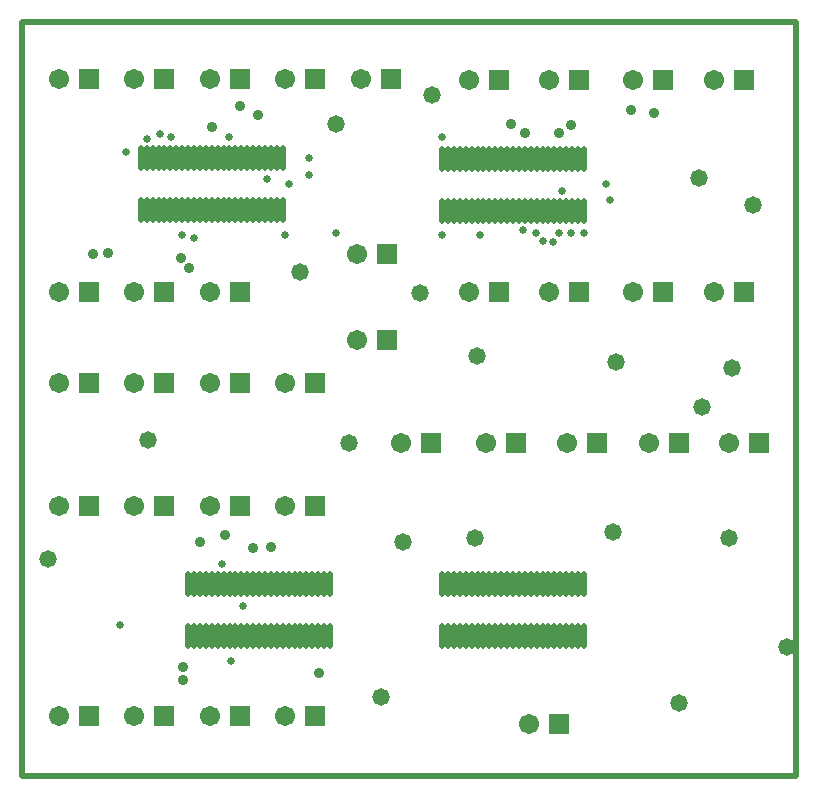
<source format=gbs>
G04*
G04 #@! TF.GenerationSoftware,Altium Limited,Altium Designer,21.7.1 (17)*
G04*
G04 Layer_Color=16711935*
%FSLAX25Y25*%
%MOIN*%
G70*
G04*
G04 #@! TF.SameCoordinates,7C3BC35F-E18A-483C-85EC-813A21A3F68C*
G04*
G04*
G04 #@! TF.FilePolarity,Negative*
G04*
G01*
G75*
%ADD11C,0.01968*%
%ADD14C,0.06706*%
%ADD15R,0.06706X0.06706*%
%ADD16C,0.02572*%
%ADD17C,0.03556*%
%ADD18C,0.05800*%
%ADD28O,0.01902X0.08674*%
D11*
X-39500Y63000D02*
X218500Y63000D01*
X-39500Y63000D02*
X-39500Y-188500D01*
X218500D01*
X218500Y63000D02*
X218500Y-188500D01*
D14*
X72000Y-14500D02*
D03*
Y-43000D02*
D03*
X86654Y-77500D02*
D03*
X115000D02*
D03*
X136047Y-27000D02*
D03*
X109500Y43500D02*
D03*
X-27224Y44000D02*
D03*
Y-27205D02*
D03*
X-2165Y44000D02*
D03*
Y-27205D02*
D03*
X136047Y43500D02*
D03*
X23000Y44000D02*
D03*
Y-27205D02*
D03*
X164000Y43500D02*
D03*
X48000Y44000D02*
D03*
X-27224Y-57500D02*
D03*
X191000Y43500D02*
D03*
X73500Y44000D02*
D03*
X-2165Y-57500D02*
D03*
X109500Y-27000D02*
D03*
X23000Y-57500D02*
D03*
X48000D02*
D03*
X164000Y-27000D02*
D03*
X191000D02*
D03*
X141929Y-77362D02*
D03*
X-27224Y-98500D02*
D03*
X169291Y-77500D02*
D03*
X-2161Y-98500D02*
D03*
X196000Y-77500D02*
D03*
X23000Y-98500D02*
D03*
X48000D02*
D03*
X129500Y-171000D02*
D03*
X-27224Y-168500D02*
D03*
X-2161D02*
D03*
X23000D02*
D03*
X48000D02*
D03*
D15*
X82000Y-14500D02*
D03*
Y-43000D02*
D03*
X96653Y-77500D02*
D03*
X125000D02*
D03*
X146047Y-27000D02*
D03*
X119500Y43500D02*
D03*
X-17224Y44000D02*
D03*
Y-27205D02*
D03*
X7835Y44000D02*
D03*
Y-27205D02*
D03*
X146047Y43500D02*
D03*
X33000Y44000D02*
D03*
Y-27205D02*
D03*
X174000Y43500D02*
D03*
X58000Y44000D02*
D03*
X-17224Y-57500D02*
D03*
X201000Y43500D02*
D03*
X83500Y44000D02*
D03*
X7835Y-57500D02*
D03*
X119500Y-27000D02*
D03*
X33000Y-57500D02*
D03*
X58000D02*
D03*
X174000Y-27000D02*
D03*
X201000D02*
D03*
X151929Y-77362D02*
D03*
X-17224Y-98500D02*
D03*
X179291Y-77500D02*
D03*
X7839Y-98500D02*
D03*
X206000Y-77500D02*
D03*
X33000Y-98500D02*
D03*
X58000D02*
D03*
X139500Y-171000D02*
D03*
X-17224Y-168500D02*
D03*
X7839D02*
D03*
X33000D02*
D03*
X58000D02*
D03*
D16*
X26900Y-117800D02*
D03*
X127200Y-6600D02*
D03*
X140200Y6600D02*
D03*
X48000Y-8243D02*
D03*
X-5100Y19600D02*
D03*
X55931Y17516D02*
D03*
X29492Y24501D02*
D03*
X34000Y-131900D02*
D03*
X17681Y-9000D02*
D03*
X65000Y-7500D02*
D03*
X113000Y-8000D02*
D03*
X100332Y-8243D02*
D03*
X100500Y24501D02*
D03*
X30000Y-150000D02*
D03*
X-7000Y-137992D02*
D03*
X42000Y10567D02*
D03*
X49500Y9000D02*
D03*
X137433Y-10500D02*
D03*
X139500Y-7500D02*
D03*
X131791D02*
D03*
X156500Y3500D02*
D03*
X155000Y9000D02*
D03*
X147638Y-7500D02*
D03*
X143500D02*
D03*
X134000Y-10000D02*
D03*
X1933Y24000D02*
D03*
X6500Y25500D02*
D03*
X10005Y24501D02*
D03*
X13744Y-8000D02*
D03*
X55931Y11812D02*
D03*
D17*
X19685Y-110584D02*
D03*
X27900Y-108200D02*
D03*
X23587Y27922D02*
D03*
X43500Y-112078D02*
D03*
X37486Y-112584D02*
D03*
X59500Y-154000D02*
D03*
X13965Y-152000D02*
D03*
Y-156465D02*
D03*
X123500Y29000D02*
D03*
X143500Y28500D02*
D03*
X163500Y33422D02*
D03*
X139500Y26000D02*
D03*
X128000D02*
D03*
X171000Y32422D02*
D03*
X-16000Y-14500D02*
D03*
X-11000Y-14000D02*
D03*
X33000Y34968D02*
D03*
X39052Y31878D02*
D03*
X13288Y-15712D02*
D03*
X15878Y-19122D02*
D03*
D18*
X87217Y-110584D02*
D03*
X204000Y2000D02*
D03*
X187000Y-65500D02*
D03*
X197000Y-52500D02*
D03*
X157500Y-107000D02*
D03*
X215500Y-145500D02*
D03*
X179291Y-164000D02*
D03*
X80000Y-162000D02*
D03*
X196000Y-109000D02*
D03*
X111500D02*
D03*
X-31000Y-116000D02*
D03*
X2500Y-76500D02*
D03*
X69500Y-77500D02*
D03*
X158500Y-50500D02*
D03*
X93000Y-27500D02*
D03*
X97000Y38500D02*
D03*
X65000Y29000D02*
D03*
X53000Y-20500D02*
D03*
X186000Y11000D02*
D03*
X112000Y-48500D02*
D03*
D28*
X100394Y-124409D02*
D03*
X102362D02*
D03*
X104331D02*
D03*
X106299D02*
D03*
X108268D02*
D03*
X110236D02*
D03*
X112205D02*
D03*
X114173D02*
D03*
X116142D02*
D03*
X118110D02*
D03*
X120079D02*
D03*
X122047D02*
D03*
X124016D02*
D03*
X125984D02*
D03*
X127953D02*
D03*
X129921D02*
D03*
X131890D02*
D03*
X133858D02*
D03*
X135827D02*
D03*
X137795D02*
D03*
X139764D02*
D03*
X141732D02*
D03*
X143701D02*
D03*
X145669D02*
D03*
X147638D02*
D03*
X100394Y-141732D02*
D03*
X102362D02*
D03*
X104331D02*
D03*
X106299D02*
D03*
X108268D02*
D03*
X110236D02*
D03*
X112205D02*
D03*
X114173D02*
D03*
X116142D02*
D03*
X118110D02*
D03*
X120079D02*
D03*
X122047D02*
D03*
X124016D02*
D03*
X125984D02*
D03*
X127953D02*
D03*
X129921D02*
D03*
X131890D02*
D03*
X133858D02*
D03*
X135827D02*
D03*
X137795D02*
D03*
X139764D02*
D03*
X141732D02*
D03*
X143701D02*
D03*
X145669D02*
D03*
X147638D02*
D03*
X15748Y-124409D02*
D03*
X17717D02*
D03*
X19685D02*
D03*
X21654D02*
D03*
X23622D02*
D03*
X25591D02*
D03*
X27559D02*
D03*
X29528D02*
D03*
X31496D02*
D03*
X33465D02*
D03*
X35433D02*
D03*
X37402D02*
D03*
X39370D02*
D03*
X41339D02*
D03*
X43307D02*
D03*
X45276D02*
D03*
X47244D02*
D03*
X49213D02*
D03*
X51181D02*
D03*
X53150D02*
D03*
X55118D02*
D03*
X57087D02*
D03*
X59055D02*
D03*
X61024D02*
D03*
X62992D02*
D03*
X15748Y-141732D02*
D03*
X17717D02*
D03*
X19685D02*
D03*
X21654D02*
D03*
X23622D02*
D03*
X25591D02*
D03*
X27559D02*
D03*
X29528D02*
D03*
X31496D02*
D03*
X33465D02*
D03*
X35433D02*
D03*
X37402D02*
D03*
X39370D02*
D03*
X41339D02*
D03*
X43307D02*
D03*
X45276D02*
D03*
X47244D02*
D03*
X49213D02*
D03*
X51181D02*
D03*
X53150D02*
D03*
X55118D02*
D03*
X57087D02*
D03*
X59055D02*
D03*
X61024D02*
D03*
X62992D02*
D03*
X100394Y17323D02*
D03*
X102362D02*
D03*
X104331D02*
D03*
X106299D02*
D03*
X108268D02*
D03*
X110236D02*
D03*
X112205D02*
D03*
X114173D02*
D03*
X116142D02*
D03*
X118110D02*
D03*
X120079D02*
D03*
X122047D02*
D03*
X124016D02*
D03*
X125984D02*
D03*
X127953D02*
D03*
X129921D02*
D03*
X131890D02*
D03*
X133858D02*
D03*
X135827D02*
D03*
X137795D02*
D03*
X139764D02*
D03*
X141732D02*
D03*
X143701D02*
D03*
X145669D02*
D03*
X147638D02*
D03*
X100394Y0D02*
D03*
X102362D02*
D03*
X104331D02*
D03*
X106299D02*
D03*
X108268D02*
D03*
X110236D02*
D03*
X112205D02*
D03*
X114173D02*
D03*
X116142D02*
D03*
X118110D02*
D03*
X120079D02*
D03*
X122047D02*
D03*
X124016D02*
D03*
X125984D02*
D03*
X127953D02*
D03*
X129921D02*
D03*
X131890D02*
D03*
X133858D02*
D03*
X135827D02*
D03*
X137795D02*
D03*
X139764D02*
D03*
X141732D02*
D03*
X143701D02*
D03*
X145669D02*
D03*
X147638D02*
D03*
X-35Y17516D02*
D03*
X1933D02*
D03*
X3902D02*
D03*
X5870D02*
D03*
X7839D02*
D03*
X9807D02*
D03*
X11776D02*
D03*
X13744D02*
D03*
X15713D02*
D03*
X17681D02*
D03*
X19650D02*
D03*
X21618D02*
D03*
X23587D02*
D03*
X25555D02*
D03*
X27524D02*
D03*
X29492D02*
D03*
X31461D02*
D03*
X33429D02*
D03*
X35398D02*
D03*
X37366D02*
D03*
X39335D02*
D03*
X41303D02*
D03*
X43272D02*
D03*
X45240D02*
D03*
X47209D02*
D03*
X-35Y193D02*
D03*
X1933D02*
D03*
X3902D02*
D03*
X5870D02*
D03*
X7839D02*
D03*
X9807D02*
D03*
X11776D02*
D03*
X13744D02*
D03*
X15713D02*
D03*
X17681D02*
D03*
X19650D02*
D03*
X21618D02*
D03*
X23587D02*
D03*
X25555D02*
D03*
X27524D02*
D03*
X29492D02*
D03*
X31461D02*
D03*
X33429D02*
D03*
X35398D02*
D03*
X37366D02*
D03*
X39335D02*
D03*
X41303D02*
D03*
X43272D02*
D03*
X45240D02*
D03*
X47209D02*
D03*
M02*

</source>
